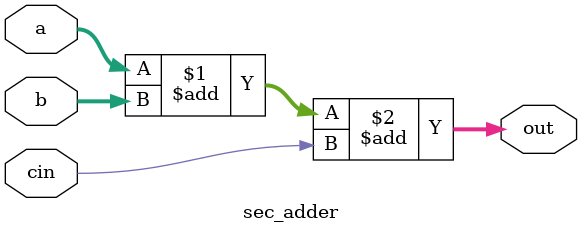
<source format=v>
`timescale 1ns / 1ps


module main_ALU(
		input[1:0]  		OPCode,
		input					clock,
		input[7:0]			A,
		input[7:0]			B,
		output reg[7:0]	Y,
		output reg[7:0]	Z,
		output      		O,
		output				C
	);
	assign C=0;
	wire[7:0] Y_adder;
	wire Cin=0;
	wire c;
	adder s1(A,B,Cin,Y_adder,c);
	assign O=(((~A[7])&(~B[7])&Y_adder[7])|(A[7]&B[7]&(~Y_adder[7])));
	
	wire[7:0] Y_xor;
	takexor xor1(Y_xor,A,B);
	
	wire[7:0] Y_and;
	takeand and1(Y_and,A,B);
	
	reg[7:0] Y_mult;
	reg[7:0] Z_mult;
	wire[7:0]Y_mult_w;
	wire[7:0]Z_mult_w;
	multiplier m1(clock,A,B,Y_mult_w,Z_mult_w);
	
	always @(posedge clock) begin
			if(OPCode==2'b00) begin
					if(O==1'b1) begin
							Y=8'b00000000;
					end else begin
							Y=Y_adder;
					end
			end else if(OPCode==2'b01) begin
					Y=Y_and;
			end else if(OPCode==2'b10) begin
					Y=Y_xor;
			end else if(OPCode==2'b11) begin
					Y=Y_mult_w;
					Z=Z_mult_w;
			end
	end
	
endmodule

module takeand(
		output[7:0] Y,
		input[7:0]  A,
		input[7:0]  B
	);
	and(Y[0],A[0],B[0]);
	and(Y[1],A[1],B[1]);
	and(Y[2],A[2],B[2]);
	and(Y[3],A[3],B[3]);
	and(Y[4],A[4],B[4]);
	and(Y[5],A[5],B[5]);
	and(Y[6],A[6],B[6]);
	and(Y[7],A[7],B[7]);
	
endmodule

module takexor(
		output[7:0] Y,
		input[7:0]  A,
		input[7:0]  B
	);
	xor(Y[0],A[0],B[0]);
	xor(Y[1],A[1],B[1]);
	xor(Y[2],A[2],B[2]);
	xor(Y[3],A[3],B[3]);
	xor(Y[4],A[4],B[4]);
	xor(Y[5],A[5],B[5]);
	xor(Y[6],A[6],B[6]);
	xor(Y[7],A[7],B[7]);
endmodule

module adder(
		input [07:0] 	a,
		input [07:0] 	b,
		input 			cin,
		output [7:0]	sum,
		output 			cout
	);
		wire[6:0] c;
				fulladd a1(a[0],b[0],cin,sum[0],c[0]);
				fulladd a2(a[1],b[1],c[0],sum[1],c[1]);
				fulladd a3(a[2],b[2],c[1],sum[2],c[2]);
				fulladd a4(a[3],b[3],c[2],sum[3],c[3]);
				fulladd a5(a[4],b[4],c[3],sum[4],c[4]);
				fulladd a6(a[5],b[5],c[4],sum[5],c[5]);
				fulladd a7(a[6],b[6],c[5],sum[6],c[6]);
				fulladd a8(a[7],b[7],c[6],sum[7],cout);
endmodule

module fulladd(
		input a,
		input b,
		input cin,
		output sum,
		output cout
	);
		assign sum=(a^b^cin);
		assign cout=((a&b)|(b&cin)|(a&cin));
endmodule

module multiplier(
		input					clock,
		input[7:0] 			N,
		input[7:0] 			B,
		output[7:0] 	Y_mult,
		output[7:0] 	Z_mult
	);
		reg[7:0] A=8'b00000000;
		reg[7:0] Q;
		reg[7:0] M;
		reg 		Q_1=1'b0;
		reg[3:0] count=4'b0000;
		reg[7:0] temp;
		wire [7:0] sum, difference;
		reg start=1'b1;
		
		always @(posedge clock) begin
				 if (start) begin
						 A <= 8'b0;
						 M <= N;
						 Q <= B;
						 Q_1 <= 1'b0;
						 count <= 4'b0;
						 start=1'b0;
				 end
				 else if(count<8) begin
						 case ({Q[0], Q_1})
						 2'b0_1 : {A, Q, Q_1} <= {sum[7], sum, Q};
						 2'b1_0 : {A, Q, Q_1} <= {difference[7], difference, Q};
						 default: {A, Q, Q_1} <= {A[7], A, Q};
				 endcase
				 count <= count + 1'b1;
				 end
				 else begin
						#100;start=1'b1;
				 end
		end

		sec_adder adder (sum, A, M, 1'b0);
		sec_adder subtracter (difference, A, ~M, 1'b1);
		assign Y_mult = Q;
		assign Z_mult = A;

	
endmodule

module sec_adder(out, a, b, cin);
	output [7:0] 	out;
	input [7:0] 	a;
	input [7:0] 	b;
	input cin;
	assign out = a + b + cin;
endmodule

</source>
